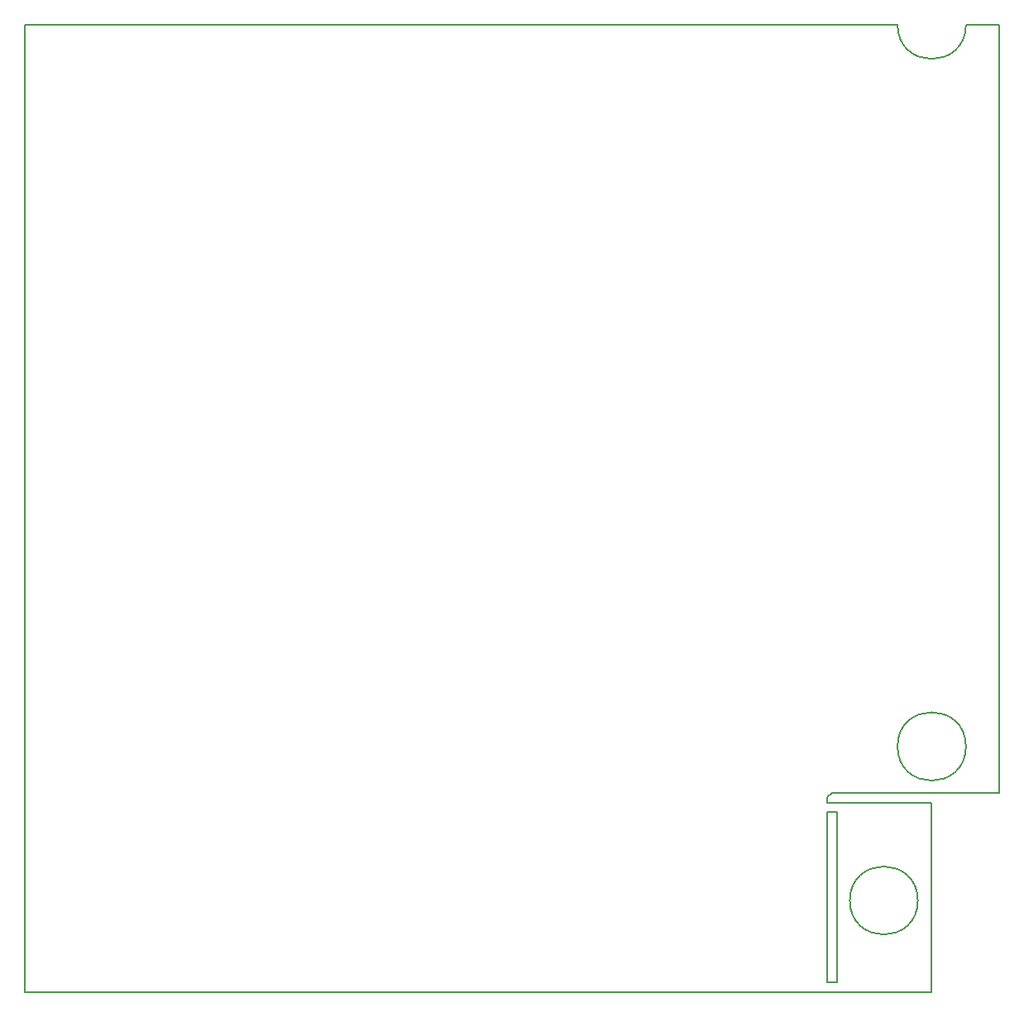
<source format=gbr>
G04 #@! TF.GenerationSoftware,KiCad,Pcbnew,(5.1.5-0-10_14)*
G04 #@! TF.CreationDate,2021-05-04T13:32:50-04:00*
G04 #@! TF.ProjectId,FEA,4645412e-6b69-4636-9164-5f7063625858,rev?*
G04 #@! TF.SameCoordinates,Original*
G04 #@! TF.FileFunction,Profile,NP*
%FSLAX46Y46*%
G04 Gerber Fmt 4.6, Leading zero omitted, Abs format (unit mm)*
G04 Created by KiCad (PCBNEW (5.1.5-0-10_14)) date 2021-05-04 13:32:50*
%MOMM*%
%LPD*%
G04 APERTURE LIST*
%ADD10C,0.150000*%
G04 APERTURE END LIST*
D10*
X102770000Y-168750000D02*
X103845000Y-168750000D01*
X102270000Y-169250000D02*
X102270000Y-169775000D01*
X102270000Y-188150000D02*
X102270000Y-170775000D01*
X112920000Y-189150000D02*
X103270000Y-189150000D01*
X112920000Y-169775000D02*
X112920000Y-189150000D01*
X102270000Y-169775000D02*
X112920000Y-169775000D01*
X103270000Y-170775000D02*
X102270000Y-170775000D01*
X103270000Y-188150000D02*
X103270000Y-170775000D01*
X102270000Y-188150000D02*
X103270000Y-188150000D01*
X102270000Y-189150000D02*
X103270000Y-189150000D01*
X111527277Y-179800000D02*
G75*
G03X111527277Y-179800000I-3482277J0D01*
G01*
X102270000Y-169250000D02*
X102770000Y-168750000D01*
X119845000Y-168750000D02*
X119845000Y-165500000D01*
X116620000Y-168750000D02*
X119845000Y-168750000D01*
X103845000Y-168750000D02*
X116620000Y-168750000D01*
X119845000Y-165500000D02*
X119850000Y-148050000D01*
X102270000Y-189150000D02*
X20150000Y-189175000D01*
X20150000Y-90150000D02*
X109450000Y-90125000D01*
X118650000Y-90150000D02*
X116450000Y-90150000D01*
X116449911Y-90149999D02*
G75*
G02X109450000Y-90125000I-3499911J24999D01*
G01*
X116450000Y-164025000D02*
G75*
G03X116450000Y-164025000I-3500000J0D01*
G01*
X20150000Y-189175000D02*
X20150000Y-149200000D01*
X119850000Y-90150000D02*
X119850000Y-91400000D01*
X118650000Y-90150000D02*
X119850000Y-90150000D01*
X119850000Y-148050000D02*
X119850000Y-91400000D01*
X20150000Y-90150000D02*
X20150000Y-149200000D01*
M02*

</source>
